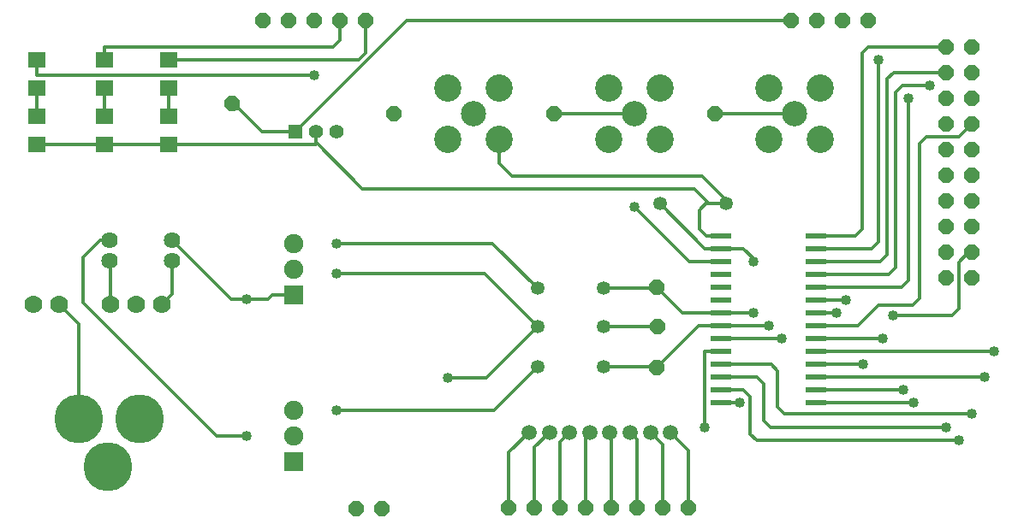
<source format=gbr>
G04 DipTrace 3.1.0.1*
G04 Top.gbr*
%MOIN*%
G04 #@! TF.FileFunction,Copper,L1,Top*
G04 #@! TF.Part,Single*
%AMOUTLINE0*5,1,8,0,0,0.064944,-67.499833*%
%AMOUTLINE1*5,1,4,0,0,0.077949,-135.0*%
G04 #@! TA.AperFunction,Conductor*
%ADD13C,0.012992*%
%ADD14C,0.013*%
%ADD17R,0.07874X0.023622*%
G04 #@! TA.AperFunction,ComponentPad*
%ADD18C,0.106299*%
%ADD19C,0.098425*%
%ADD20C,0.055118*%
%ADD21C,0.07*%
%ADD22C,0.05315*%
%ADD25R,0.070866X0.062992*%
G04 #@! TA.AperFunction,ComponentPad*
%ADD26C,0.19*%
%ADD27C,0.059055*%
%ADD28R,0.074803X0.074803*%
%ADD29C,0.074803*%
%ADD30C,0.064*%
G04 #@! TA.AperFunction,ViaPad*
%ADD33C,0.04*%
G04 #@! TA.AperFunction,ComponentPad*
%ADD81OUTLINE0*%
%ADD82OUTLINE1*%
%FSLAX26Y26*%
G04*
G70*
G90*
G75*
G01*
G04 Top*
%LPD*%
X3344000Y1260437D2*
D13*
X3219000D1*
X3069000D1*
X2969000Y1360437D1*
X2760092Y1356500D2*
D14*
X2965063D1*
X2969000Y1360437D1*
X3219000Y1210437D2*
D13*
X3406500D1*
X3219000D2*
X3131500D1*
X2969000Y1047937D1*
X2760092Y1050249D2*
D14*
X2966688D1*
X2969000Y1047937D1*
X719000Y847937D2*
Y1216688D1*
X641688Y1294000D1*
X4094000Y2297937D2*
D13*
X3793217D1*
X3767232Y2271953D1*
Y1586421D1*
X3741248Y1560437D1*
X3589079D1*
X3832705Y2247425D2*
Y1536421D1*
X3806720Y1510437D1*
X3589079D1*
X4094000Y2197937D2*
X3891927D1*
X3865942Y2171953D1*
Y1486420D1*
X3839959Y1460437D1*
X3589079D1*
X4031008Y2147425D2*
X3924161D1*
X3898177Y2121441D1*
Y1436421D1*
X3872193Y1410437D1*
X3589079D1*
X3947665Y2097937D2*
Y1386421D1*
X3921681Y1360437D1*
X3589079D1*
X3705122Y1310437D2*
X3589079D1*
X3667650Y1260437D2*
X3589079D1*
X4194000Y1997937D2*
Y1996083D1*
X4145343Y1947425D1*
X4017508D1*
X3991524Y1921441D1*
Y1315398D1*
X3965539Y1289413D1*
X3830173D1*
X3751197Y1210437D1*
X3589079D1*
X3849571Y1160437D2*
X3589079D1*
X4282976Y1110437D2*
X3589079D1*
X3770594Y1060437D2*
X3589079D1*
X4243488Y1010437D2*
X3589079D1*
X3928547Y960437D2*
X3589079D1*
X3968035Y910437D2*
X3589079D1*
X3291362D2*
X3219000D1*
X4143488Y761713D2*
X3356835D1*
X3330850Y787697D1*
Y934453D1*
X3304866Y960437D1*
X3219000D1*
X3456500Y1160437D2*
X3219000D1*
X3889059Y1249925D2*
X4117504D1*
X4143488Y1275909D1*
Y1458020D1*
X4183406Y1497937D1*
X4194000D1*
X3156157Y814697D2*
Y1110437D1*
X3219000D1*
X4094000Y814701D2*
X3411346D1*
X3385362Y840685D1*
Y984453D1*
X3359378Y1010437D1*
X3219000D1*
X4194000Y867689D2*
X3465598D1*
X3439614Y893673D1*
Y1034453D1*
X3413630Y1060437D1*
X3219000D1*
Y1560437D2*
X3160138D1*
X3134154Y1586421D1*
Y1659454D1*
X3166387Y1691688D1*
X3114075Y1744000D1*
X1823228D1*
X1641490Y1925739D1*
Y1916689D1*
X1069000D1*
X3237406Y1685437D2*
X3166387D1*
Y1691688D1*
X819000Y1916689D2*
X1069000D1*
X556500D2*
X738094D1*
X819000D1*
X1641490Y1966686D2*
Y1925739D1*
X2356500Y1935437D2*
Y1841686D1*
X2406500Y1791686D1*
X3144436D1*
X3250685Y1685437D1*
X3237406D1*
X1316688Y2075251D2*
Y2056500D1*
X1341688D1*
X1431501Y1966686D1*
X1562749D1*
X1724738Y2128675D1*
X1726320D1*
X1996370Y2398724D1*
X3493213D1*
X841688Y1294000D2*
D14*
Y1459009D1*
X837946Y1462751D1*
X3506500Y2035437D2*
D13*
X3194000D1*
X837946Y1541751D2*
D14*
X801937D1*
X735437Y1475251D1*
Y1300251D1*
X1254188Y781500D1*
X1372937D1*
X1633764Y2186421D2*
D13*
X556500D1*
Y2245673D1*
X2881500Y1672937D2*
X3094000Y1460437D1*
X3219000D1*
X2881500Y2035437D2*
X2569000D1*
X2993213Y498724D2*
Y744997D1*
X2944210Y794000D1*
X1733764Y2398724D2*
Y2322640D1*
X1707780Y2296657D1*
X819000D1*
Y2245673D1*
X1833764Y2398724D2*
Y2271656D1*
X1807781Y2245673D1*
X1069000D1*
X556500Y2135437D2*
Y2026925D1*
X819000Y2135437D2*
Y2026925D1*
X1069000Y2135437D2*
Y2026925D1*
X2981500Y1685437D2*
X3156500Y1510437D1*
X3219000D1*
X3344000Y1460437D2*
Y1472937D1*
X3306500Y1510437D1*
X3219000D1*
X2760092Y1206500D2*
D14*
X2972937D1*
X1722937Y1412749D2*
X2297937D1*
X2504186Y1206500D1*
X2154186Y1006500D2*
X2304186D1*
X2504186Y1206500D1*
X2393213Y498724D2*
D13*
Y715444D1*
X2471769Y794000D1*
X2493213Y498724D2*
Y736703D1*
X2550509Y794000D1*
X2593213Y498724D2*
Y757963D1*
X2629249Y794000D1*
X2693213Y498724D2*
Y779223D1*
X2707990Y794000D1*
X2793213Y498724D2*
Y787517D1*
X2786730Y794000D1*
X2893213Y498724D2*
Y766257D1*
X2865470Y794000D1*
X3093213Y498724D2*
Y723738D1*
X3022950Y794000D1*
X1081697Y1462751D2*
D14*
Y1334010D1*
X1041686Y1294000D1*
X1372937Y1312751D2*
X1310697D1*
X1081697Y1541751D1*
X1372937Y1312751D2*
X1454189D1*
X1472938Y1331500D1*
X1554188D1*
X1722937Y1531500D2*
X2329186D1*
X2504186Y1356500D1*
X1722937Y881500D2*
X2335437D1*
X2504186Y1050249D1*
D33*
X3344000Y1460437D3*
Y1260437D3*
X3832705Y2247425D3*
X4031008Y2147425D3*
X3947665Y2097937D3*
X3705122Y1310437D3*
X3667650Y1260437D3*
X3849571Y1160437D3*
X4282976Y1110437D3*
X3770594Y1060437D3*
X4243488Y1010437D3*
X3928547Y960437D3*
X3968035Y910437D3*
X3291362D3*
X4143488Y761713D3*
X3456500Y1160437D3*
X3889059Y1249925D3*
X3156157Y814697D3*
X4094000Y814701D3*
X4194000Y867689D3*
X3406500Y1210437D3*
X1633764Y2186421D3*
X2881500Y1672937D3*
X1372937Y1312751D3*
X1722937Y1531500D3*
Y1412749D3*
X1372937Y781500D3*
X1722937Y881500D3*
X2154186Y1006500D3*
D81*
X4194000Y2297937D3*
X4094000D3*
X4194000Y2197937D3*
X4094000D3*
X4194000Y2097937D3*
X4094000D3*
X4194000Y1997937D3*
X4094000D3*
X4194000Y1897937D3*
X4094000D3*
X4194000Y1797937D3*
X4094000D3*
X4194000Y1697937D3*
X4094000D3*
X4194000Y1597937D3*
X4094000D3*
X4194000Y1497937D3*
X4094000D3*
X4194000Y1397937D3*
X4094000D3*
X1316688Y2075251D3*
X1433764Y2398724D3*
X1533764D3*
X1633764D3*
X1733764D3*
X1833764D3*
X3493213D3*
X3593213D3*
X3693213D3*
X3793213D3*
X2393213Y498724D3*
X2493213D3*
X2593213D3*
X2693213D3*
X2793213D3*
X2893213D3*
X2993213D3*
X3093213D3*
D17*
X3219000Y1560437D3*
Y1510437D3*
Y1460437D3*
Y1410437D3*
Y1360437D3*
Y1310437D3*
Y1260437D3*
Y1210437D3*
Y1160437D3*
Y1110437D3*
Y1060437D3*
Y1010437D3*
Y960437D3*
Y910437D3*
X3589079D3*
Y960437D3*
Y1010437D3*
Y1060437D3*
Y1110437D3*
Y1160437D3*
Y1210437D3*
Y1260437D3*
Y1310437D3*
Y1360437D3*
Y1410437D3*
Y1460437D3*
Y1510437D3*
Y1560437D3*
D18*
X3406500Y1935437D3*
X3606500D3*
Y2135437D3*
X3406500D3*
D19*
X3506500Y2035437D3*
D18*
X2781500Y1935437D3*
X2981500D3*
Y2135437D3*
X2781500D3*
D19*
X2881500Y2035437D3*
D18*
X2156500Y1935437D3*
X2356500D3*
Y2135437D3*
X2156500D3*
D19*
X2256500Y2035437D3*
D82*
X1562749Y1966686D3*
D20*
X1641490D3*
X1720230D3*
D21*
X541688Y1294000D3*
D81*
X2569000Y2035437D3*
X1944000D3*
D22*
X2981500Y1685437D3*
X3237406D3*
D81*
X3194000Y2035437D3*
X2969000Y1360437D3*
X2972937Y1206500D3*
X2969000Y1047937D3*
D25*
X556500Y2135437D3*
Y2245673D3*
X819000Y2135437D3*
Y2245673D3*
X1069000Y2135437D3*
Y2245673D3*
X556500Y1916689D3*
Y2026925D3*
X819000Y1916689D3*
Y2026925D3*
X1069000Y1916689D3*
Y2026925D3*
D26*
X831500Y660437D3*
X956500Y847937D3*
X719000D3*
D81*
X1796937Y495000D3*
X1896937D3*
D27*
X2471769Y794000D3*
X2550509D3*
X2629249D3*
X2707990D3*
X2786730D3*
X2865470D3*
X2944210D3*
X3022950D3*
D21*
X641688Y1294000D3*
X841688D3*
X941688D3*
X1041686D3*
D22*
X2504186Y1356500D3*
X2760092D3*
X2504186Y1206500D3*
X2760092D3*
X2504186Y1050249D3*
X2760092D3*
D28*
X1554188Y681500D3*
D29*
Y781500D3*
Y881500D3*
D28*
Y1331500D3*
D29*
Y1431500D3*
Y1531500D3*
D30*
X1081697Y1462751D3*
Y1541751D3*
X837946Y1462751D3*
Y1541751D3*
M02*

</source>
